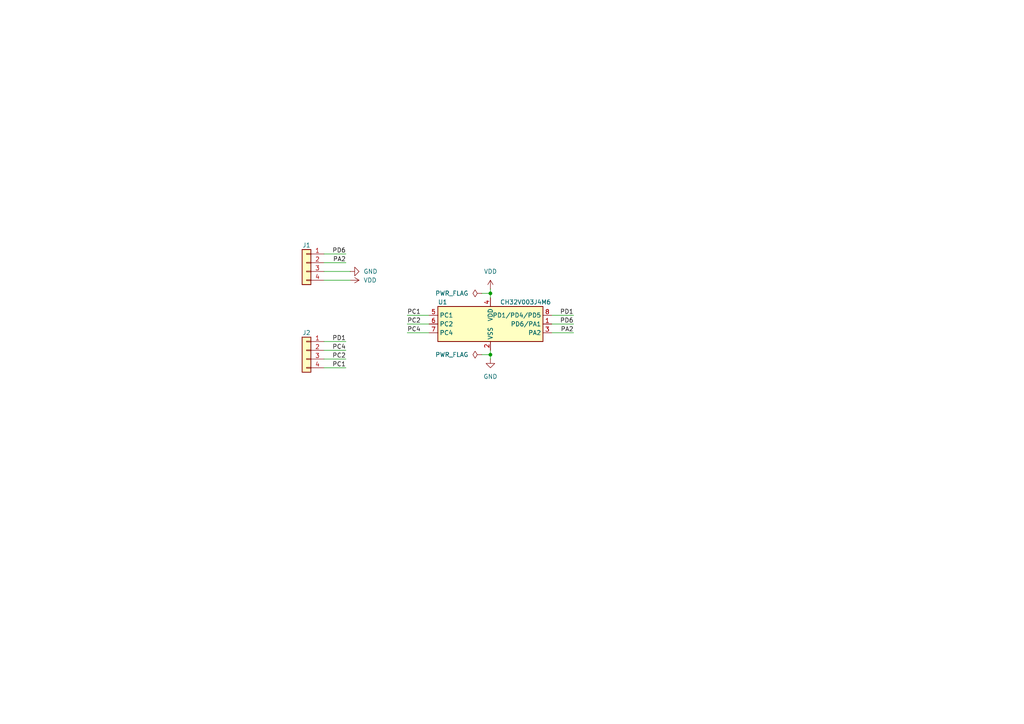
<source format=kicad_sch>
(kicad_sch (version 20250114) (generator "eeschema") (generator_version "9.0")
  (paper "A4")
  (title_block (title "CH32V003J4M6 Breakout Board") (date "2025-04-05") (rev "1.0"))
  (lib_symbols
    (symbol "Connector_Generic:Conn_01x04" (pin_names (offset 1.016) (hide yes))
      (property "Reference" "J" (at 0 5.08 0))
      (property "Value" "Conn_01x04" (at 0 -7.62 0))
      (symbol "Conn_01x04_1_1"
        (rectangle (start -1.27 3.81) (end 1.27 -6.35) (stroke (width 0.254)) (fill (type background)))
        (rectangle (start -1.27 2.667) (end 0 2.413) (stroke (width 0.1524)))
        (rectangle (start -1.27 0.127) (end 0 -0.127) (stroke (width 0.1524)))
        (rectangle (start -1.27 -2.413) (end 0 -2.667) (stroke (width 0.1524)))
        (rectangle (start -1.27 -4.953) (end 0 -5.207) (stroke (width 0.1524)))
        (pin passive line (at -5.08 2.54 0) (length 3.81) (name "Pin_1") (number "1"))
        (pin passive line (at -5.08 0 0) (length 3.81) (name "Pin_2") (number "2"))
        (pin passive line (at -5.08 -2.54 0) (length 3.81) (name "Pin_3") (number "3"))
        (pin passive line (at -5.08 -5.08 0) (length 3.81) (name "Pin_4") (number "4"))
      )
    )
    (symbol "MCU_WCH_CH32V0:CH32V003JxMx"
      (property "Reference" "U" (at -15.24 7.62 0))
      (property "Value" "CH32V003JxMx" (at 15.24 7.62 0))
      (symbol "CH32V003JxMx_1_1"
        (rectangle (start -15.24 5.08) (end 15.24 -5.08) (stroke (width 0.254)) (fill (type background)))
        (pin bidirectional line (at -17.78 2.54 0) (length 2.54) (name "PC1") (number "5"))
        (pin bidirectional line (at -17.78 0 0) (length 2.54) (name "PC2") (number "6"))
        (pin bidirectional line (at -17.78 -2.54 0) (length 2.54) (name "PC4") (number "7"))
        (pin power_in line (at 0 7.62 270) (length 2.54) (name "VDD") (number "4"))
        (pin power_in line (at 0 -7.62 90) (length 2.54) (name "VSS") (number "2"))
        (pin bidirectional line (at 17.78 2.54 180) (length 2.54) (name "PD1/PD4/PD5") (number "8"))
        (pin bidirectional line (at 17.78 0 180) (length 2.54) (name "PD6/PA1") (number "1"))
        (pin bidirectional line (at 17.78 -2.54 180) (length 2.54) (name "PA2") (number "3"))
      )
    )
    (symbol "power:GND" (power) (pin_numbers (hide yes)) (pin_names (offset 0) (hide yes))
      (property "Value" "GND" (at 0 -3.81 0))
      (symbol "GND_0_1"
        (polyline (pts (xy 0 0) (xy 0 -1.27) (xy 1.27 -1.27) (xy 0 -2.54) (xy -1.27 -1.27) (xy 0 -1.27)))
      )
      (symbol "GND_1_1"
        (pin power_in line (at 0 0 270) (length 0) (name "~") (number "1"))
      )
    )
    (symbol "power:PWR_FLAG" (power) (pin_numbers (hide yes)) (pin_names (offset 0) (hide yes))
      (property "Value" "PWR_FLAG" (at 0 3.81 0))
      (symbol "PWR_FLAG_0_0"
        (pin power_out line (at 0 0 90) (length 0) (name "~") (number "1"))
      )
      (symbol "PWR_FLAG_0_1"
        (polyline (pts (xy 0 0) (xy 0 1.27) (xy -1.016 1.905) (xy 0 2.54) (xy 1.016 1.905) (xy 0 1.27)))
      )
    )
    (symbol "power:VDD" (power) (pin_numbers (hide yes)) (pin_names (offset 0) (hide yes))
      (property "Value" "VDD" (at 0 3.556 0))
      (symbol "VDD_0_1"
        (polyline (pts (xy -0.762 1.27) (xy 0 2.54)))
        (polyline (pts (xy 0 2.54) (xy 0.762 1.27)))
        (polyline (pts (xy 0 0) (xy 0 2.54)))
      )
      (symbol "VDD_1_1"
        (pin power_in line (at 0 0 90) (length 0) (name "~") (number "1"))
      )
    )
  )
  (junction (at 142.24 102.87))
  (junction (at 142.24 85.09))
  (wire (pts (xy 160.02 91.44) (xy 166.37 91.44)))
  (wire (pts (xy 160.02 96.52) (xy 166.37 96.52)))
  (wire (pts (xy 139.7 102.87) (xy 142.24 102.87)))
  (wire (pts (xy 160.02 93.98) (xy 166.37 93.98)))
  (wire (pts (xy 93.98 101.6) (xy 100.33 101.6)))
  (wire (pts (xy 93.98 76.2) (xy 100.33 76.2)))
  (wire (pts (xy 93.98 73.66) (xy 100.33 73.66)))
  (wire (pts (xy 142.24 85.09) (xy 142.24 86.36)))
  (wire (pts (xy 124.46 96.52) (xy 118.11 96.52)))
  (wire (pts (xy 93.98 106.68) (xy 100.33 106.68)))
  (wire (pts (xy 139.7 85.09) (xy 142.24 85.09)))
  (wire (pts (xy 124.46 91.44) (xy 118.11 91.44)))
  (wire (pts (xy 93.98 99.06) (xy 100.33 99.06)))
  (wire (pts (xy 124.46 93.98) (xy 118.11 93.98)))
  (wire (pts (xy 142.24 83.82) (xy 142.24 85.09)))
  (wire (pts (xy 142.24 101.6) (xy 142.24 102.87)))
  (wire (pts (xy 93.98 104.14) (xy 100.33 104.14)))
  (wire (pts (xy 142.24 102.87) (xy 142.24 104.14)))
  (wire (pts (xy 93.98 78.74) (xy 101.6 78.74)))
  (wire (pts (xy 93.98 81.28) (xy 101.6 81.28)))
  (label "PC1" (at 100.33 106.68 180))
  (label "PC1" (at 118.11 91.44 0))
  (label "PC4" (at 118.11 96.52 0))
  (label "PD6" (at 100.33 73.66 180))
  (label "PD1" (at 100.33 99.06 180))
  (label "PD1" (at 166.37 91.44 180))
  (label "PA2" (at 100.33 76.2 180))
  (label "PA2" (at 166.37 96.52 180))
  (label "PC2" (at 100.33 104.14 180))
  (label "PC4" (at 100.33 101.6 180))
  (label "PC2" (at 118.11 93.98 0))
  (label "PD6" (at 166.37 93.98 180))
  (symbol (lib_id "Connector_Generic:Conn_01x04") (at 88.9 101.6 0) (mirror y) (unit 1) (in_bom no)
    (property "Reference" "J2" (at 88.9 96.52 0))
    (property "Value" "Conn_01x04" (effects (hide yes)))
    (property "Footprint" "Connector_PinHeader_2.54mm:PinHeader_1x04_P2.54mm_Vertical" (effects (hide yes)))
    (property "Description" "Generic connector, single row, 01x04, script generated (kicad-library-utils/schlib/autogen/connector/)" (effects (hide yes)))
  )
  (symbol (lib_id "Connector_Generic:Conn_01x04") (at 88.9 76.2 0) (mirror y) (unit 1) (in_bom no)
    (property "Reference" "J1" (at 88.9 71.12 0))
    (property "Value" "Conn_01x04" (effects (hide yes)))
    (property "Footprint" "Connector_PinHeader_2.54mm:PinHeader_1x04_P2.54mm_Vertical" (effects (hide yes)))
    (property "Description" "Generic connector, single row, 01x04, script generated (kicad-library-utils/schlib/autogen/connector/)" (effects (hide yes)))
  )
  (symbol (lib_id "power:GND") (at 101.6 78.74 90) (unit 1)
    (property "Reference" "#PWR04" (effects (hide yes)))
    (property "Value" "GND" (at 105.41 78.7399 90) (effects (justify right)))
    (property "Description" "Power symbol creates a global label with name \"GND\" , ground" (effects (hide yes)))
  )
  (symbol (lib_id "MCU_WCH_CH32V0:CH32V003JxMx") (at 142.24 93.98 0) (unit 1)
    (property "Reference" "U1" (at 127 87.63 0) (effects (justify left)))
    (property "Value" "CH32V003J4M6" (at 145.034 87.63 0) (effects (justify left)))
    (property "Footprint" "Package_SO:SOP-8_3.9x4.9mm_P1.27mm" (effects (hide yes)))
    (property "Datasheet" "https://www.wch-ic.com/products/CH32V003.html" (effects (hide yes)))
    (property "Description" "CH32V003 series are industrial-grade general-purpose microcontrollers designed based on 32-bit RISC-V instruction set and architecture. It adopts QingKe V2A core, RV32EC instruction set, and supports 2 levels of interrupt nesting. The series are mounted with rich peripheral interfaces and function modules. Its internal organizational structure meets the low-cost and low-power embedded application scenarios." (effects (hide yes)))
  )
  (symbol (lib_id "power:PWR_FLAG") (at 139.7 102.87 90) (unit 1)
    (property "Reference" "#FLG02" (effects (hide yes)))
    (property "Value" "PWR_FLAG" (at 135.89 102.8699 90) (effects (justify left)))
    (property "Description" "Special symbol for telling ERC where power comes from" (effects (hide yes)))
  )
  (symbol (lib_id "power:VDD") (at 101.6 81.28 270) (unit 1)
    (property "Reference" "#PWR03" (effects (hide yes)))
    (property "Value" "VDD" (at 105.41 81.2799 90) (effects (justify left)))
    (property "Description" "Power symbol creates a global label with name \"VDD\"" (effects (hide yes)))
  )
  (symbol (lib_id "power:GND") (at 142.24 104.14 0) (unit 1)
    (property "Reference" "#PWR02" (effects (hide yes)))
    (property "Value" "GND" (at 142.24 109.22 0))
    (property "Description" "Power symbol creates a global label with name \"GND\" , ground" (effects (hide yes)))
  )
  (symbol (lib_id "power:VDD") (at 142.24 83.82 0) (unit 1)
    (property "Reference" "#PWR01" (effects (hide yes)))
    (property "Value" "VDD" (at 142.24 78.74 0))
    (property "Description" "Power symbol creates a global label with name \"VDD\"" (effects (hide yes)))
  )
  (symbol (lib_id "power:PWR_FLAG") (at 139.7 85.09 90) (unit 1)
    (property "Reference" "#FLG01" (effects (hide yes)))
    (property "Value" "PWR_FLAG" (at 135.89 85.0899 90) (effects (justify left)))
    (property "Description" "Special symbol for telling ERC where power comes from" (effects (hide yes)))
  )
)
</source>
